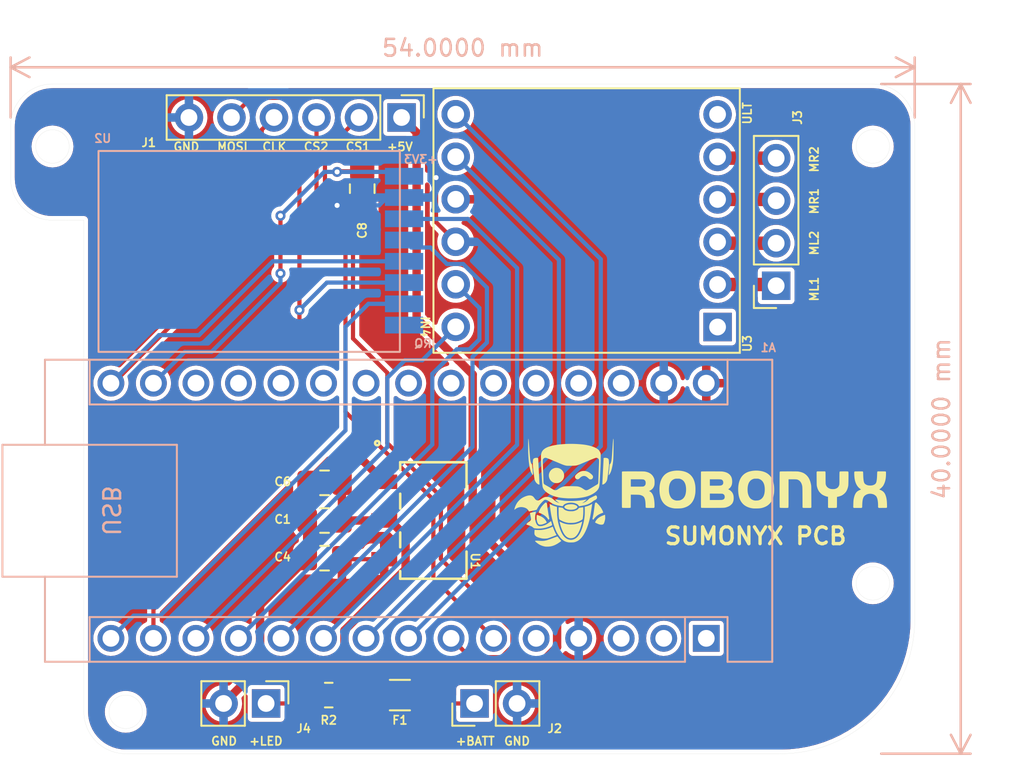
<source format=kicad_pcb>
(kicad_pcb (version 20221018) (generator pcbnew)
  (layers (0 "F.Cu" signal) (31 "B.Cu" signal) (34 "B.Paste" user) (35 "F.Paste" user) (36 "B.SilkS" user "B.Silkscreen") (37 "F.SilkS" user "F.Silkscreen") (38 "B.Mask" user) (39 "F.Mask" user) (44 "Edge.Cuts" user))
  (net 0 "")
  (net 4 "GND")
  (net 6 "Net-(A1-Pad6)")
  (net 7 "Net-(A1-Pad7)")
  (net 8 "Net-(A1-Pad8)")
  (net 9 "Net-(A1-Pad9)")
  (net 10 "Net-(A1-Pad10)")
  (net 11 "Net-(A1-Pad11)")
  (net 12 "Net-(A1-Pad12)")
  (net 13 "Net-(A1-Pad13)")
  (net 14 "Net-(A1-Pad14)")
  (net 15 "Net-(A1-Pad15)")
  (net 16 "Net-(A1-Pad16)")
  (net 17 "+3.3V")
  (net 27 "+5V")
  (net 33 "+7.5V")
  (net 34 "Net-(J2-Pad1)")
  (net 35 "Net-(J4-Pad1)")
  (net 36 "/MOTA1")
  (net 37 "/MOTA2")
  (net 38 "/MOTB1")
  (net 39 "/MOTB2")
  (footprint "DRV8833BRKT:DRV8833BRKT" (layer "F.Cu") (at 199.305 79.805 180)
    (fp_text reference "U3" (at -0.445 0.555 90 unlocked) (layer "F.SilkS") (effects (font (size 0.5 0.5) (thickness 0.1))))
    (fp_text value "DRV8833BRKT")
    (pad "1" thru_hole rect (at 1.33 1.54 180) (size 1.7 1.7) (drill 1) (layers "*.Mask" "F.Cu" "In1.Cu" "B.Cu"))
    (pad "2" thru_hole oval (at 1.33 4.08 180) (size 1.7 1.7) (drill 1) (layers "*.Mask" "F.Cu" "In1.Cu" "B.Cu") (net 36 "/MOTA1"))
    (pad "3" thru_hole oval (at 1.33 6.62 180) (size 1.7 1.7) (drill 1) (layers "*.Mask" "F.Cu" "In1.Cu" "B.Cu") (net 37 "/MOTA2"))
    (pad "4" thru_hole oval (at 1.33 9.16 180) (size 1.7 1.7) (drill 1) (layers "*.Mask" "F.Cu" "In1.Cu" "B.Cu") (net 38 "/MOTB1"))
    (pad "5" thru_hole oval (at 1.33 11.7 180) (size 1.7 1.7) (drill 1) (layers "*.Mask" "F.Cu" "In1.Cu" "B.Cu") (net 39 "/MOTB2"))
    (pad "6" thru_hole oval (at 1.33 14.24 180) (size 1.7 1.7) (drill 1) (layers "*.Mask" "F.Cu" "In1.Cu" "B.Cu"))
    (pad "7" thru_hole circle (at 16.97 1.55 180) (size 1.7 1.7) (drill 1) (layers "*.Cu" "*.Mask") (net 13 "Net-(A1-Pad13)"))
    (pad "8" thru_hole oval (at 16.97 4.09 180) (size 1.7 1.7) (drill 1) (layers "*.Cu" "*.Mask") (net 12 "Net-(A1-Pad12)"))
    (pad "9" thru_hole oval (at 16.97 6.63 180) (size 1.7 1.7) (drill 1) (layers "*.Cu" "*.Mask") (net 4 "GND"))
    (pad "10" thru_hole oval (at 16.97 9.17 180) (size 1.7 1.7) (drill 1) (layers "*.Cu" "*.Mask") (net 33 "+7.5V"))
    (pad "11" thru_hole oval (at 16.97 11.71 180) (size 1.7 1.7) (drill 1) (layers "*.Cu" "*.Mask") (net 9 "Net-(A1-Pad9)"))
    (pad "12" thru_hole oval (at 16.97 14.25 180) (size 1.7 1.7) (drill 1) (layers "*.Cu" "*.Mask") (net 8 "Net-(A1-Pad8)"))
  )
  (footprint "Capacitor_SMD:C_0805_2012Metric_Pad1.18x1.45mm_HandSolder" (layer "F.Cu") (at 174.5 92.0715)
    (fp_text reference "C4" (at -2.5 -0.0715) (layer "F.SilkS") (effects (font (size 0.5 0.5) (thickness 0.1))))
    (fp_text value "10UF10V")
    (pad "1" smd roundrect (at -1.0375 0) (size 1.175 1.45) (layers "F.Cu" "F.Paste" "F.Mask") (roundrect_rratio 0.2127659574) (net 4 "GND"))
    (pad "2" smd roundrect (at 1.0375 0) (size 1.175 1.45) (layers "F.Cu" "F.Paste" "F.Mask") (roundrect_rratio 0.2127659574) (net 33 "+7.5V"))
  )
  (footprint "Connector_PinSocket_2.54mm:PinSocket_1x04_P2.54mm_Vertical" (layer "F.Cu") (at 201.475 75.8 180)
    (fp_text reference "J3" (at -1.275 10.05 90) (layer "F.SilkS") (effects (font (size 0.5 0.5) (thickness 0.1))))
    (fp_text value "MOTOR")
    (pad "1" thru_hole rect (at 0 0 180) (size 1.7 1.7) (drill 1) (layers "*.Cu" "*.Mask") (net 36 "/MOTA1"))
    (pad "2" thru_hole oval (at 0 2.54 180) (size 1.7 1.7) (drill 1) (layers "*.Cu" "*.Mask") (net 37 "/MOTA2"))
    (pad "3" thru_hole oval (at 0 5.08 180) (size 1.7 1.7) (drill 1) (layers "*.Cu" "*.Mask") (net 38 "/MOTB1"))
    (pad "4" thru_hole oval (at 0 7.62 180) (size 1.7 1.7) (drill 1) (layers "*.Cu" "*.Mask") (net 39 "/MOTB2"))
  )
  (footprint "Capacitor_SMD:C_0805_2012Metric_Pad1.18x1.45mm_HandSolder" (layer "F.Cu") (at 176.75 70 90)
    (fp_text reference "C8" (at -2.5 0 90) (layer "F.SilkS") (effects (font (size 0.5 0.5) (thickness 0.1))))
    (fp_text value "10UF10V")
    (pad "1" smd roundrect (at -1.0375 0 90) (size 1.175 1.45) (layers "F.Cu" "F.Paste" "F.Mask") (roundrect_rratio 0.2127659574) (net 4 "GND"))
    (pad "2" smd roundrect (at 1.0375 0 90) (size 1.175 1.45) (layers "F.Cu" "F.Paste" "F.Mask") (roundrect_rratio 0.2127659574) (net 17 "+3.3V"))
  )
  (footprint "Capacitor_SMD:C_0805_2012Metric_Pad1.18x1.45mm_HandSolder" (layer "F.Cu") (at 174.5 89.8215)
    (fp_text reference "C1" (at -2.5 -0.0715) (layer "F.SilkS") (effects (font (size 0.5 0.5) (thickness 0.1))))
    (fp_text value "22UF10V")
    (pad "1" smd roundrect (at -1.0375 0) (size 1.175 1.45) (layers "F.Cu" "F.Paste" "F.Mask") (roundrect_rratio 0.2127659574) (net 4 "GND"))
    (pad "2" smd roundrect (at 1.0375 0) (size 1.175 1.45) (layers "F.Cu" "F.Paste" "F.Mask") (roundrect_rratio 0.2127659574) (net 27 "+5V"))
  )
  (footprint "footprints:SOT223-5_DIO" (layer "F.Cu") (at 181 89.8215 -90)
    (fp_text reference "U1" (at 2.4285 -2.5 -90 unlocked) (layer "F.SilkS") (effects (font (size 0.5 0.5) (thickness 0.1))))
    (fp_text value "AZ1117IH-5.0TRG1")
    (pad "1" smd rect (at -2.3114 2.9337 270) (size 0.8636 1.5494) (layers "F.Cu" "F.Paste" "F.Mask") (net 4 "GND"))
    (pad "2" smd rect (at 0 2.9337 270) (size 0.8636 1.5494) (layers "F.Cu" "F.Paste" "F.Mask") (net 27 "+5V"))
    (pad "3" smd rect (at 2.3114 2.9337 270) (size 0.8636 1.5494) (layers "F.Cu" "F.Paste" "F.Mask") (net 33 "+7.5V"))
    (pad "4" smd rect (at 0 -2.9337 270) (size 3.1496 1.5494) (layers "F.Cu" "F.Paste" "F.Mask") (net 27 "+5V"))
  )
  (footprint "Connector_PinHeader_2.54mm:PinHeader_1x02_P2.54mm_Vertical" (layer "F.Cu") (at 171.01 100.75 -90)
    (fp_text reference "J4" (at 1.5 -2.24) (layer "F.SilkS") (effects (font (size 0.5 0.5) (thickness 0.1))))
    (fp_text value "BACK 7 LED")
    (pad "1" thru_hole rect (at 0 0 270) (size 1.7 1.7) (drill 1) (layers "*.Cu" "*.Mask") (net 35 "Net-(J4-Pad1)"))
    (pad "2" thru_hole oval (at 0 2.54 270) (size 1.7 1.7) (drill 1) (layers "*.Cu" "*.Mask") (net 4 "GND"))
  )
  (footprint "Fuse:Fuse_1206_3216Metric" (layer "F.Cu") (at 179 100.25 180)
    (fp_text reference "F1" (at 0 -1.5) (layer "F.SilkS") (effects (font (size 0.5 0.5) (thickness 0.1))))
    (fp_text value "SMD1206B110TFT_Polyfuse ")
    (pad "1" smd roundrect (at -1.4 0 180) (size 1.25 1.75) (layers "F.Cu" "F.Paste" "F.Mask") (roundrect_rratio 0.2) (net 34 "Net-(J2-Pad1)"))
    (pad "2" smd roundrect (at 1.4 0 180) (size 1.25 1.75) (layers "F.Cu" "F.Paste" "F.Mask") (roundrect_rratio 0.2) (net 33 "+7.5V"))
  )
  (footprint "Resistor_SMD:R_0805_2012Metric" (layer "F.Cu") (at 174.75 100.25 180)
    (fp_text reference "R2" (at 0 -1.5 180) (layer "F.SilkS") (effects (font (size 0.5 0.5) (thickness 0.1))))
    (fp_text value "50R")
    (pad "1" smd roundrect (at -0.9125 0 180) (size 1.025 1.4) (layers "F.Cu" "F.Paste" "F.Mask") (roundrect_rratio 0.243902439) (net 27 "+5V"))
    (pad "2" smd roundrect (at 0.9125 0 180) (size 1.025 1.4) (layers "F.Cu" "F.Paste" "F.Mask") (roundrect_rratio 0.243902439) (net 35 "Net-(J4-Pad1)"))
  )
  (footprint "LOGO" (layer "F.Cu") (at 197 88)
    (fp_text reference "G***" hide)
    (fp_text value "LOGO" hide)
  )
  (footprint "Connector_PinHeader_2.54mm:PinHeader_1x02_P2.54mm_Vertical" (layer "F.Cu") (at 183.46 100.75 90)
    (fp_text reference "J2" (at -1.5 4.79 180) (layer "F.SilkS") (effects (font (size 0.5 0.5) (thickness 0.1))))
    (fp_text value "BATT 7V5")
    (pad "1" thru_hole rect (at 0 0 90) (size 1.7 1.7) (drill 1) (layers "*.Cu" "*.Mask") (net 34 "Net-(J2-Pad1)"))
    (pad "2" thru_hole oval (at 0 2.54 90) (size 1.7 1.7) (drill 1) (layers "*.Cu" "*.Mask") (net 4 "GND"))
  )
  (footprint "Capacitor_SMD:C_0805_2012Metric_Pad1.18x1.45mm_HandSolder" (layer "F.Cu") (at 174.5 87.5715)
    (fp_text reference "C6" (at -2.5 -0.0715) (layer "F.SilkS") (effects (font (size 0.5 0.5) (thickness 0.1))))
    (fp_text value "22UF10V")
    (pad "1" smd roundrect (at -1.0375 0) (size 1.175 1.45) (layers "F.Cu" "F.Paste" "F.Mask") (roundrect_rratio 0.2127659574) (net 4 "GND"))
    (pad "2" smd roundrect (at 1.0375 0) (size 1.175 1.45) (layers "F.Cu" "F.Paste" "F.Mask") (roundrect_rratio 0.2127659574) (net 27 "+5V"))
  )
  (footprint "Connector_PinHeader_2.54mm:PinHeader_1x06_P2.54mm_Vertical" (layer "F.Cu") (at 179.1 65.75 -90)
    (fp_text reference "J1" (at 1.5 15.1) (layer "F.SilkS") (effects (font (size 0.5 0.5) (thickness 0.1))))
    (fp_text value "Conn_01x06_Male")
    (pad "1" thru_hole rect (at 0 0 270) (size 1.7 1.7) (drill 1) (layers "*.Cu" "*.Mask") (net 27 "+5V"))
    (pad "2" thru_hole oval (at 0 2.54 270) (size 1.7 1.7) (drill 1) (layers "*.Cu" "*.Mask") (net 7 "Net-(A1-Pad7)"))
    (pad "3" thru_hole oval (at 0 5.08 270) (size 1.7 1.7) (drill 1) (layers "*.Cu" "*.Mask") (net 6 "Net-(A1-Pad6)"))
    (pad "4" thru_hole oval (at 0 7.62 270) (size 1.7 1.7) (drill 1) (layers "*.Cu" "*.Mask") (net 16 "Net-(A1-Pad16)"))
    (pad "5" thru_hole oval (at 0 10.16 270) (size 1.7 1.7) (drill 1) (layers "*.Cu" "*.Mask") (net 14 "Net-(A1-Pad14)"))
    (pad "6" thru_hole oval (at 0 12.7 270) (size 1.7 1.7) (drill 1) (layers "*.Cu" "*.Mask") (net 4 "GND"))
  )
  (footprint "Module:Arduino_Nano" (layer "B.Cu") (at 197.3 96.86 90)
    (fp_text reference "A1" (at 17.36 3.7 180) (layer "B.SilkS") (effects (font (size 0.5 0.5) (thickness 0.1)) (justify mirror)))
    (fp_text value "Arduino_Nano_v3.x")
    (fp_text user "USB" (at 7.62 -35.56 -90 unlocked) (layer "B.SilkS") (effects (justify mirror)))
    (pad "1" thru_hole rect (at 0 0 90) (size 1.6 1.6) (drill 1) (layers "*.Cu" "*.Mask"))
    (pad "2" thru_hole oval (at 0 -2.54 90) (size 1.6 1.6) (drill 1) (layers "*.Cu" "*.Mask"))
    (pad "3" thru_hole oval (at 0 -5.08 90) (size 1.6 1.6) (drill 1) (layers "*.Cu" "*.Mask"))
    (pad "4" thru_hole oval (at 0 -7.62 90) (size 1.6 1.6) (drill 1) (layers "*.Cu" "*.Mask") (net 4 "GND"))
    (pad "5" thru_hole oval (at 0 -10.16 90) (size 1.6 1.6) (drill 1) (layers "*.Cu" "*.Mask"))
    (pad "6" thru_hole oval (at 0 -12.7 90) (size 1.6 1.6) (drill 1) (layers "*.Cu" "*.Mask") (net 6 "Net-(A1-Pad6)"))
    (pad "7" thru_hole oval (at 0 -15.24 90) (size 1.6 1.6) (drill 1) (layers "*.Cu" "*.Mask") (net 7 "Net-(A1-Pad7)"))
    (pad "8" thru_hole oval (at 0 -17.78 90) (size 1.6 1.6) (drill 1) (layers "*.Cu" "*.Mask") (net 8 "Net-(A1-Pad8)"))
    (pad "9" thru_hole oval (at 0 -20.32 90) (size 1.6 1.6) (drill 1) (layers "*.Cu" "*.Mask") (net 9 "Net-(A1-Pad9)"))
    (pad "10" thru_hole oval (at 0 -22.86 90) (size 1.6 1.6) (drill 1) (layers "*.Cu" "*.Mask") (net 10 "Net-(A1-Pad10)"))
    (pad "11" thru_hole oval (at 0 -25.4 90) (size 1.6 1.6) (drill 1) (layers "*.Cu" "*.Mask") (net 11 "Net-(A1-Pad11)"))
    (pad "12" thru_hole oval (at 0 -27.94 90) (size 1.6 1.6) (drill 1) (layers "*.Cu" "*.Mask") (net 12 "Net-(A1-Pad12)"))
    (pad "13" thru_hole oval (at 0 -30.48 90) (size 1.6 1.6) (drill 1) (layers "*.Cu" "*.Mask") (net 13 "Net-(A1-Pad13)"))
    (pad "14" thru_hole oval (at 0 -33.02 90) (size 1.6 1.6) (drill 1) (layers "*.Cu" "*.Mask") (net 14 "Net-(A1-Pad14)"))
    (pad "15" thru_hole oval (at 0 -35.56 90) (size 1.6 1.6) (drill 1) (layers "*.Cu" "*.Mask") (net 15 "Net-(A1-Pad15)"))
    (pad "16" thru_hole oval (at 15.24 -35.56 90) (size 1.6 1.6) (drill 1) (layers "*.Cu" "*.Mask") (net 16 "Net-(A1-Pad16)"))
    (pad "17" thru_hole oval (at 15.24 -33.02 90) (size 1.6 1.6) (drill 1) (layers "*.Cu" "*.Mask") (net 17 "+3.3V"))
    (pad "18" thru_hole oval (at 15.24 -30.48 90) (size 1.6 1.6) (drill 1) (layers "*.Cu" "*.Mask"))
    (pad "19" thru_hole oval (at 15.24 -27.94 90) (size 1.6 1.6) (drill 1) (layers "*.Cu" "*.Mask"))
    (pad "20" thru_hole oval (at 15.24 -25.4 90) (size 1.6 1.6) (drill 1) (layers "*.Cu" "*.Mask"))
    (pad "21" thru_hole oval (at 15.24 -22.86 90) (size 1.6 1.6) (drill 1) (layers "*.Cu" "*.Mask"))
    (pad "22" thru_hole oval (at 15.24 -20.32 90) (size 1.6 1.6) (drill 1) (layers "*.Cu" "*.Mask"))
    (pad "23" thru_hole oval (at 15.24 -17.78 90) (size 1.6 1.6) (drill 1) (layers "*.Cu" "*.Mask"))
    (pad "24" thru_hole oval (at 15.24 -15.24 90) (size 1.6 1.6) (drill 1) (layers "*.Cu" "*.Mask"))
    (pad "25" thru_hole oval (at 15.24 -12.7 90) (size 1.6 1.6) (drill 1) (layers "*.Cu" "*.Mask"))
    (pad "26" thru_hole oval (at 15.24 -10.16 90) (size 1.6 1.6) (drill 1) (layers "*.Cu" "*.Mask"))
    (pad "27" thru_hole oval (at 15.24 -7.62 90) (size 1.6 1.6) (drill 1) (layers "*.Cu" "*.Mask"))
    (pad "28" thru_hole oval (at 15.24 -5.08 90) (size 1.6 1.6) (drill 1) (layers "*.Cu" "*.Mask"))
    (pad "29" thru_hole oval (at 15.24 -2.54 90) (size 1.6 1.6) (drill 1) (layers "*.Cu" "*.Mask") (net 4 "GND"))
    (pad "30" thru_hole oval (at 15.24 0 90) (size 1.6 1.6) (drill 1) (layers "*.Cu" "*.Mask") (net 33 "+7.5V"))
  )
  (footprint "nRF24L01BRKT_SMD:nRF24L01_Breakout_SMD" (layer "B.Cu") (at 179 67.75 180)
    (fp_text reference "U2" (at 17.75 0.75 unlocked) (layer "B.SilkS") (effects (font (size 0.5 0.5) (thickness 0.1)) (justify mirror)))
    (fp_text value "NRF24L01_Breakout")
    (pad "1" smd rect (at -0.25 -2.78 180) (size 2.286 1) (layers "B.Cu" "B.Paste" "B.Mask") (net 4 "GND"))
    (pad "2" smd rect (at -0.25 -1.51 180) (size 2.286 1) (layers "B.Cu" "B.Paste" "B.Mask") (net 17 "+3.3V"))
    (pad "3" smd rect (at -0.25 -4.05 180) (size 2.286 1) (layers "B.Cu" "B.Paste" "B.Mask") (net 10 "Net-(A1-Pad10)"))
    (pad "4" smd rect (at -0.25 -5.32 180) (size 2.286 1) (layers "B.Cu" "B.Paste" "B.Mask") (net 11 "Net-(A1-Pad11)"))
    (pad "5" smd rect (at -0.25 -6.59 180) (size 2.286 1) (layers "B.Cu" "B.Paste" "B.Mask") (net 16 "Net-(A1-Pad16)"))
    (pad "6" smd rect (at -0.25 -7.86 180) (size 2.286 1) (layers "B.Cu" "B.Paste" "B.Mask") (net 14 "Net-(A1-Pad14)"))
    (pad "7" smd rect (at -0.25 -9.13 180) (size 2.286 1) (layers "B.Cu" "B.Paste" "B.Mask") (net 15 "Net-(A1-Pad15)"))
    (pad "8" smd rect (at -0.25 -10.4 180) (size 2.286 1) (layers "B.Cu" "B.Paste" "B.Mask"))
  )
  (gr_line (start 159.125 71.885268) (end 159.125 71.885) (stroke (width 0.01)) (layer "Edge.Cuts"))
  (gr_arc (start 207.25 63.75) (mid 209.017762 64.482234) (end 209.75 66.25) (stroke (width 0.01)) (layer "Edge.Cuts"))
  (gr_line (start 207.25 63.75) (end 158.25 63.75) (stroke (width 0.01)) (layer "Edge.Cuts"))
  (gr_circle (center 207.25 93.573984) (end 208.25 93.573984) (stroke (width 0.01)) (fill none) (layer "Edge.Cuts"))
  (gr_arc (start 162.625 103.75) (mid 160.857233 103.017767) (end 160.125 101.25) (stroke (width 0.01)) (layer "Edge.Cuts"))
  (gr_circle (center 158.25 67.481984) (end 159.25 67.481984) (stroke (width 0.01)) (fill none) (layer "Edge.Cuts"))
  (gr_circle (center 162.625 101.25) (end 163.625 101.25) (stroke (width 0.01)) (fill none) (layer "Edge.Cuts"))
  (gr_circle (center 207.25 67.481984) (end 208.25 67.481984) (stroke (width 0.01)) (fill none) (layer "Edge.Cuts"))
  (gr_line (start 159.125 71.885) (end 160.125 71.885) (stroke (width 0.01)) (layer "Edge.Cuts"))
  (gr_line (start 162.625 103.75) (end 201.75 103.75) (stroke (width 0.01)) (layer "Edge.Cuts"))
  (gr_line (start 158.25 71.885268) (end 159.125 71.885268) (stroke (width 0.01)) (layer "Edge.Cuts"))
  (gr_arc (start 209.75 95.75) (mid 207.40685 101.406846) (end 201.75 103.75) (stroke (width 0.01)) (layer "Edge.Cuts"))
  (gr_line (start 209.75 95.75) (end 209.75 66.25) (stroke (width 0.01)) (layer "Edge.Cuts"))
  (gr_arc (start 158.25 71.885268) (mid 156.482233 71.153035) (end 155.75 69.385268) (stroke (width 0.01)) (layer "Edge.Cuts"))
  (gr_line (start 160.125 71.885) (end 160.125 101.25) (stroke (width 0.01)) (layer "Edge.Cuts"))
  (gr_arc (start 155.75 66.25) (mid 156.482233 64.482233) (end 158.25 63.75) (stroke (width 0.01)) (layer "Edge.Cuts"))
  (gr_line (start 155.75 66.25) (end 155.75 69.385268) (stroke (width 0.01)) (layer "Edge.Cuts"))
  (gr_text "+3V3" (at 180.25 68.25) (layer "B.SilkS") (effects (font (size 0.5 0.5) (thickness 0.1)) (justify mirror)))
  (gr_text "IRQ" (at 180.5 79.25) (layer "B.SilkS") (effects (font (size 0.5 0.5) (thickness 0.1)) (justify mirror)))
  (gr_text "GND" (at 166.25 67.5) (layer "F.SilkS") (effects (font (size 0.5 0.5) (thickness 0.1))))
  (gr_text "+5V" (at 179 67.5) (layer "F.SilkS") (effects (font (size 0.5 0.5) (thickness 0.1))))
  (gr_text "GND" (at 168.5 103) (layer "F.SilkS") (effects (font (size 0.5 0.5) (thickness 0.1))))
  (gr_text "+BATT" (at 183.5 103) (layer "F.SilkS") (effects (font (size 0.5 0.5) (thickness 0.1))))
  (gr_text "CLK" (at 171.5 67.5) (layer "F.SilkS") (effects (font (size 0.5 0.5) (thickness 0.1))))
  (gr_text "ULT" (at 199.75 65.5 90) (layer "F.SilkS") (effects (font (size 0.5 0.5) (thickness 0.1))))
  (gr_text "SUMONYX PCB" (at 200.25 90.75) (layer "F.SilkS") (effects (font (size 1 1) (thickness 0.2))))
  (gr_text "+LED" (at 171 103) (layer "F.SilkS") (effects (font (size 0.5 0.5) (thickness 0.1))))
  (gr_text "MR2" (at 203.75 68.25 90) (layer "F.SilkS") (effects (font (size 0.5 0.5) (thickness 0.1))))
  (gr_text "MR1" (at 203.75 70.75 90) (layer "F.SilkS") (effects (font (size 0.5 0.5) (thickness 0.1))))
  (gr_text "ML1" (at 203.75 76 90) (layer "F.SilkS") (effects (font (size 0.5 0.5) (thickness 0.1))))
  (gr_text "IN4" (at 180.5 78.25 270) (layer "F.SilkS") (effects (font (size 0.5 0.5) (thickness 0.1))))
  (gr_text "GND" (at 186 103) (layer "F.SilkS") (effects (font (size 0.5 0.5) (thickness 0.1))))
  (gr_text "ML2" (at 203.75 73.25 90) (layer "F.SilkS") (effects (font (size 0.5 0.5) (thickness 0.1))))
  (gr_text "CS2" (at 174 67.5) (layer "F.SilkS") (effects (font (size 0.5 0.5) (thickness 0.1))))
  (gr_text "CS1" (at 176.5 67.5) (layer "F.SilkS") (effects (font (size 0.5 0.5) (thickness 0.1))))
  (gr_text "MOSI" (at 169 67.5) (layer "F.SilkS") (effects (font (size 0.5 0.5) (thickness 0.1))))
  (dimension (type aligned) (layer "B.SilkS") (pts (xy 207.25 63.75) (xy 207.25 103.75)) (height -5.25) (gr_text "40.0000 mm" (at 211.35 83.75 90) (layer "B.SilkS") (effects (font (size 1 1) (thickness 0.15)))) (format (prefix "") (suffix "") (units 3) (units_format 1) (precision 4)) (style (thickness 0.15) (arrow_length 1.27) (text_position_mode 0) (extension_height 0.58642) (extension_offset 0.5) keep_text_aligned))
  (dimension (type aligned) (layer "B.SilkS") (pts (xy 209.75 66.25) (xy 155.75 66.25)) (height 3.499999) (gr_text "54.0000 mm" (at 182.75 61.600001) (layer "B.SilkS") (effects (font (size 1 1) (thickness 0.15)))) (format (prefix "") (suffix "") (units 3) (units_format 1) (precision 4)) (style (thickness 0.15) (arrow_length 1.27) (text_position_mode 0) (extension_height 0.58642) (extension_offset 0.5) keep_text_aligned))
  (segment (start 170.65 94.884) (end 170.65 98.57) (width 0.5) (layer "F.Cu") (net 4))
  (segment (start 170.65 98.57) (end 168.47 100.75) (width 0.5) (layer "F.Cu") (net 4))
  (segment (start 174.784 86.25) (end 173.4625 87.5715) (width 0.5) (layer "F.Cu") (net 4))
  (segment (start 175.2875 71.0375) (end 176.75 71.0375) (width 0.25) (layer "F.Cu") (net 4))
  (segment (start 175.25 71) (end 175.2875 71.0375) (width 0.25) (layer "F.Cu") (net 4))
  (segment (start 173.4625 92.0715) (end 170.65 94.884) (width 0.5) (layer "F.Cu") (net 4))
  (segment (start 173.4625 87.5715) (end 173.4625 89.8215) (width 0.5) (layer "F.Cu") (net 4))
  (segment (start 176.8062 86.25) (end 174.784 86.25) (width 0.5) (layer "F.Cu") (net 4))
  (segment (start 181.16 72) (end 182.335 73.175) (width 0.25) (layer "F.Cu") (net 4))
  (segment (start 173.4625 89.8215) (end 173.4625 92.0715) (width 0.5) (layer "F.Cu") (net 4))
  (segment (start 181.16 69.34) (end 181.16 72) (width 0.25) (layer "F.Cu") (net 4))
  (segment (start 178.0663 87.5101) (end 176.8062 86.25) (width 0.5) (layer "F.Cu") (net 4))
  (via (at 181.16 69.34) (size 0.6) (drill 0.3) (layers "F.Cu" "B.Cu") (net 4))
  (via (at 175.25 71) (size 0.6) (drill 0.3) (layers "F.Cu" "B.Cu") (net 4))
  (segment (start 177.757 71) (end 178.227 70.53) (width 0.25) (layer "B.Cu") (net 4))
  (segment (start 178.227 70.53) (end 179.25 70.53) (width 0.25) (layer "B.Cu") (net 4))
  (segment (start 181.16 70.013) (end 180.643 70.53) (width 0.25) (layer "B.Cu") (net 4))
  (segment (start 180.643 70.53) (end 179.25 70.53) (width 0.25) (layer "B.Cu") (net 4))
  (segment (start 175.25 71) (end 177.757 71) (width 0.25) (layer "B.Cu") (net 4))
  (segment (start 181.16 69.34) (end 181.16 70.013) (width 0.25) (layer "B.Cu") (net 4))
  (segment (start 181 88.5873) (end 181 93.26) (width 0.25) (layer "F.Cu") (net 6))
  (segment (start 175.75 73.75) (end 175.75 83.3373) (width 0.25) (layer "F.Cu") (net 6))
  (segment (start 181 93.26) (end 184.6 96.86) (width 0.25) (layer "F.Cu") (net 6))
  (segment (start 174.02 72.02) (end 175.75 73.75) (width 0.25) (layer "F.Cu") (net 6))
  (segment (start 174.02 65.75) (end 174.02 72.02) (width 0.25) (layer "F.Cu") (net 6))
  (segment (start 175.75 83.3373) (end 181 88.5873) (width 0.25) (layer "F.Cu") (net 6))
  (segment (start 174.525 67.785) (end 174.525 71.888604) (width 0.25) (layer "F.Cu") (net 7))
  (segment (start 176.2 73.563604) (end 176.2 78.95) (width 0.25) (layer "F.Cu") (net 7))
  (segment (start 181.45 88.400904) (end 181.45 92.119009) (width 0.25) (layer "F.Cu") (net 7))
  (segment (start 176.2 78.95) (end 178.25 81) (width 0.25) (layer "F.Cu") (net 7))
  (segment (start 178.25 81) (end 178.25 85.200904) (width 0.25) (layer "F.Cu") (net 7))
  (segment (start 176.56 65.75) (end 174.525 67.785) (width 0.25) (layer "F.Cu") (net 7))
  (segment (start 183.185 97.985) (end 182.06 96.86) (width 0.25) (layer "F.Cu") (net 7))
  (segment (start 185.065991 97.985) (end 183.185 97.985) (width 0.25) (layer "F.Cu") (net 7))
  (segment (start 185.725 97.325991) (end 185.065991 97.985) (width 0.25) (layer "F.Cu") (net 7))
  (segment (start 178.25 85.200904) (end 181.45 88.400904) (width 0.25) (layer "F.Cu") (net 7))
  (segment (start 174.525 71.888604) (end 176.2 73.563604) (width 0.25) (layer "F.Cu") (net 7))
  (segment (start 181.45 92.119009) (end 185.725 96.394009) (width 0.25) (layer "F.Cu") (net 7))
  (segment (start 185.725 96.394009) (end 185.725 97.325991) (width 0.25) (layer "F.Cu") (net 7))
  (segment (start 191 85.38) (end 191 74.22) (width 0.25) (layer "B.Cu") (net 8))
  (segment (start 191 74.22) (end 182.335 65.555) (width 0.25) (layer "B.Cu") (net 8))
  (segment (start 179.52 96.86) (end 191 85.38) (width 0.25) (layer "B.Cu") (net 8))
  (segment (start 188.5 74.26) (end 188.5 85.34) (width 0.25) (layer "B.Cu") (net 9))
  (segment (start 182.335 68.095) (end 188.5 74.26) (width 0.25) (layer "B.Cu") (net 9))
  (segment (start 188.5 85.34) (end 176.98 96.86) (width 0.25) (layer "B.Cu") (net 9))
  (segment (start 186 85.3) (end 174.44 96.86) (width 0.25) (layer "B.Cu") (net 10))
  (segment (start 179.25 71.8) (end 179.26 71.81) (width 0.25) (layer "B.Cu") (net 10))
  (segment (start 183.06 71.81) (end 186 74.75) (width 0.25) (layer "B.Cu") (net 10))
  (segment (start 179.26 71.81) (end 183.06 71.81) (width 0.25) (layer "B.Cu") (net 10))
  (segment (start 186 74.75) (end 186 85.3) (width 0.25) (layer "B.Cu") (net 10))
  (segment (start 183.338693 85.421307) (end 171.9 96.86) (width 0.25) (layer "B.Cu") (net 11))
  (segment (start 180.823299 73.515) (end 181.808299 74.5) (width 0.25) (layer "B.Cu") (net 11))
  (segment (start 181.808299 74.5) (end 182.781701 74.5) (width 0.25) (layer "B.Cu") (net 11))
  (segment (start 179.25 73.07) (end 179.695 73.515) (width 0.25) (layer "B.Cu") (net 11))
  (segment (start 183.338693 80.047703) (end 183.338693 85.421307) (width 0.25) (layer "B.Cu") (net 11))
  (segment (start 179.695 73.515) (end 180.823299 73.515) (width 0.25) (layer "B.Cu") (net 11))
  (segment (start 184.2 79.186396) (end 183.338693 80.047703) (width 0.25) (layer "B.Cu") (net 11))
  (segment (start 184.2 75.918299) (end 184.2 79.186396) (width 0.25) (layer "B.Cu") (net 11))
  (segment (start 182.781701 74.5) (end 184.2 75.918299) (width 0.25) (layer "B.Cu") (net 11))
  (segment (start 183.75 77.13) (end 183.75 79) (width 0.25) (layer "B.Cu") (net 12))
  (segment (start 183.152297 79.597703) (end 182.402297 79.597703) (width 0.25) (layer "B.Cu") (net 12))
  (segment (start 182.402297 79.597703) (end 180.935 81.065) (width 0.25) (layer "B.Cu") (net 12))
  (segment (start 182.335 75.715) (end 183.75 77.13) (width 0.25) (layer "B.Cu") (net 12))
  (segment (start 180.935 81.065) (end 180.935 85.285) (width 0.25) (layer "B.Cu") (net 12))
  (segment (start 180.935 85.285) (end 169.36 96.86) (width 0.25) (layer "B.Cu") (net 12))
  (segment (start 183.75 79) (end 183.152297 79.597703) (width 0.25) (layer "B.Cu") (net 12))
  (segment (start 182.335 78.255) (end 180.34 80.25) (width 0.25) (layer "B.Cu") (net 13))
  (segment (start 179.299009 80.25) (end 178.25 81.299009) (width 0.25) (layer "B.Cu") (net 13))
  (segment (start 180.34 80.25) (end 179.299009 80.25) (width 0.25) (layer "B.Cu") (net 13))
  (segment (start 178.25 85.43) (end 166.82 96.86) (width 0.25) (layer "B.Cu") (net 13))
  (segment (start 178.25 81.299009) (end 178.25 85.43) (width 0.25) (layer "B.Cu") (net 13))
  (segment (start 164.28 95.128327) (end 164.28 96.86) (width 0.25) (layer "F.Cu") (net 14))
  (segment (start 173 79.25) (end 173.25 79.5) (width 0.25) (layer "F.Cu") (net 14))
  (segment (start 172.75 66.141701) (end 172.75 65.168299) (width 0.25) (layer "F.Cu") (net 14))
  (segment (start 173.25 86.158327) (end 164.28 95.128327) (width 0.25) (layer "F.Cu") (net 14))
  (segment (start 172.156701 64.575) (end 170.115 64.575) (width 0.25) (layer "F.Cu") (net 14))
  (segment (start 173 77.25) (end 173 66.391701) (width 0.25) (layer "F.Cu") (net 14))
  (segment (start 173 77.25) (end 173 79.25) (width 0.25) (layer "F.Cu") (net 14))
  (segment (start 173.25 79.5) (end 173.25 86.158327) (width 0.25) (layer "F.Cu") (net 14))
  (segment (start 172.75 65.168299) (end 172.156701 64.575) (width 0.25) (layer "F.Cu") (net 14))
  (segment (start 170.115 64.575) (end 168.94 65.75) (width 0.25) (layer "F.Cu") (net 14))
  (segment (start 173 66.391701) (end 172.75 66.141701) (width 0.25) (layer "F.Cu") (net 14))
  (via (at 173 77.25) (size 0.6) (drill 0.3) (layers "F.Cu" "B.Cu") (net 14))
  (segment (start 173 77.25) (end 174.64 75.61) (width 0.25) (layer "B.Cu") (net 14))
  (segment (start 174.64 75.61) (end 179.25 75.61) (width 0.25) (layer "B.Cu") (net 14))
  (segment (start 164.690991 95.5) (end 163.1 95.5) (width 0.25) (layer "B.Cu") (net 15))
  (segment (start 175.75 78.25) (end 175.75 84.440991) (width 0.25) (layer "B.Cu") (net 15))
  (segment (start 177.12 76.88) (end 175.75 78.25) (width 0.25) (layer "B.Cu") (net 15))
  (segment (start 175.75 84.440991) (end 164.690991 95.5) (width 0.25) (layer "B.Cu") (net 15))
  (segment (start 179.25 76.88) (end 177.12 76.88) (width 0.25) (layer "B.Cu") (net 15))
  (segment (start 163.1 95.5) (end 161.74 96.86) (width 0.25) (layer "B.Cu") (net 15))
  (segment (start 170.75 72.75) (end 170.75 66.48) (width 0.25) (layer "F.Cu") (net 16))
  (segment (start 161.88 81.62) (end 170.75 72.75) (width 0.25) (layer "F.Cu") (net 16))
  (segment (start 170.75 66.48) (end 171.48 65.75) (width 0.25) (layer "F.Cu") (net 16))
  (segment (start 161.74 81.62) (end 161.88 81.62) (width 0.25) (layer "F.Cu") (net 16))
  (segment (start 179.25 74.34) (end 171.41 74.34) (width 0.25) (layer "B.Cu") (net 16))
  (segment (start 171.41 74.34) (end 167 78.75) (width 0.25) (layer "B.Cu") (net 16))
  (segment (start 167 78.75) (end 164.61 78.75) (width 0.25) (layer "B.Cu") (net 16))
  (segment (start 164.61 78.75) (end 161.74 81.62) (width 0.25) (layer "B.Cu") (net 16))
  (segment (start 171.867299 71.617299) (end 171.867299 75.0645) (width 0.25) (layer "F.Cu") (net 17))
  (segment (start 175.25 69) (end 175.2875 68.9625) (width 0.25) (layer "F.Cu") (net 17))
  (segment (start 175.2875 68.9625) (end 176.75 68.9625) (width 0.25) (layer "F.Cu") (net 17))
  (via (at 171.867299 75.0645) (size 0.6) (drill 0.3) (layers "F.Cu" "B.Cu") (net 17))
  (via (at 175.25 69) (size 0.6) (drill 0.3) (layers "F.Cu" "B.Cu") (net 17))
  (via (at 171.867299 71.617299) (size 0.6) (drill 0.3) (layers "F.Cu" "B.Cu") (net 17))
  (segment (start 171.867299 75.632701) (end 171.867299 75.0645) (width 0.25) (layer "B.Cu") (net 17))
  (segment (start 178.51 69.26) (end 179.25 69.26) (width 0.25) (layer "B.Cu") (net 17))
  (segment (start 175.25 69) (end 178.25 69) (width 0.25) (layer "B.Cu") (net 17))
  (segment (start 166.15 79.75) (end 167.75 79.75) (width 0.25) (layer "B.Cu") (net 17))
  (segment (start 174.484598 69) (end 171.867299 71.617299) (width 0.25) (layer "B.Cu") (net 17))
  (segment (start 167.75 79.75) (end 171.867299 75.632701) (width 0.25) (layer "B.Cu") (net 17))
  (segment (start 164.28 81.62) (end 166.15 79.75) (width 0.25) (layer "B.Cu") (net 17))
  (segment (start 175.25 69) (end 174.484598 69) (width 0.25) (layer "B.Cu") (net 17))
  (segment (start 178.25 69) (end 178.51 69.26) (width 0.25) (layer "B.Cu") (net 17))
  (segment (start 183.9337 89.8215) (end 183.35 89.2378) (width 0.5) (layer "F.Cu") (net 27))
  (segment (start 183.35 81.1) (end 182.5 80.25) (width 0.5) (layer "F.Cu") (net 27))
  (segment (start 182.491522 80.25) (end 180 77.758478) (width 0.5) (layer "F.Cu") (net 27))
  (segment (start 177.110051 98.75) (end 175.6625 100.197551) (width 0.5) (layer "F.Cu") (net 27))
  (segment (start 188.39 97.377767) (end 187.017767 98.75) (width 0.5) (layer "F.Cu") (net 27))
  (segment (start 188.39 95.14) (end 188.39 97.377767) (width 0.5) (layer "F.Cu") (net 27))
  (segment (start 178.0663 89.8215) (end 178.4092 89.8215) (width 0.5) (layer "F.Cu") (net 27))
  (segment (start 180 66.65) (end 179.1 65.75) (width 0.5) (layer "F.Cu") (net 27))
  (segment (start 175.6625 100.197551) (end 175.6625 100.25) (width 0.5) (layer "F.Cu") (net 27))
  (segment (start 179.341 92.731233) (end 175.69 96.382233) (width 0.5) (layer "F.Cu") (net 27))
  (segment (start 175.69 100.2225) (end 175.6625 100.25) (width 0.5) (layer "F.Cu") (net 27))
  (segment (start 175.69 96.382233) (end 175.69 100.2225) (width 0.5) (layer "F.Cu") (net 27))
  (segment (start 183.9337 89.8215) (end 183.9337 90.6837) (width 0.5) (layer "F.Cu") (net 27))
  (segment (start 182.5 80.25) (end 182.491522 80.25) (width 0.5) (layer "F.Cu") (net 27))
  (segment (start 178.4092 89.8215) (end 179.341 90.7533) (width 0.5) (layer "F.Cu") (net 27))
  (segment (start 183.9337 90.6837) (end 188.39 95.14) (width 0.5) (layer "F.Cu") (net 27))
  (segment (start 175.5375 89.8215) (end 178.0663 89.8215) (width 0.5) (layer "F.Cu") (net 27))
  (segment (start 180 77.758478) (end 180 66.65) (width 0.5) (layer "F.Cu") (net 27))
  (segment (start 175.5375 89.8215) (end 175.5375 87.5715) (width 0.5) (layer "F.Cu") (net 27))
  (segment (start 179.341 90.7533) (end 179.341 92.731233) (width 0.5) (layer "F.Cu") (net 27))
  (segment (start 183.35 89.2378) (end 183.35 81.1) (width 0.5) (layer "F.Cu") (net 27))
  (segment (start 187.017767 98.75) (end 177.110051 98.75) (width 0.5) (layer "F.Cu") (net 27))
  (segment (start 178.105 92.1716) (end 178.0663 92.1329) (width 0.25) (layer "F.Cu") (net 33))
  (segment (start 178.0663 92.1329) (end 175.5989 92.1329) (width 0.25) (layer "F.Cu") (net 33))
  (segment (start 175.5989 92.1329) (end 175.5375 92.0715) (width 0.25) (layer "F.Cu") (net 33))
  (segment (start 180.9 100.75) (end 183.46 100.75) (width 0.25) (layer "F.Cu") (net 34))
  (segment (start 180.4 100.25) (end 180.9 100.75) (width 0.25) (layer "F.Cu") (net 34))
  (segment (start 173.3375 100.75) (end 171.01 100.75) (width 0.25) (layer "F.Cu") (net 35))
  (segment (start 173.8375 100.25) (end 173.3375 100.75) (width 0.25) (layer "F.Cu") (net 35))
  (segment (start 197.975 75.725) (end 201.4 75.725) (width 0.8) (layer "F.Cu") (net 36))
  (segment (start 201.4 75.725) (end 201.475 75.8) (width 0.8) (layer "F.Cu") (net 36))
  (segment (start 201.475 73.26) (end 198.05 73.26) (width 0.8) (layer "F.Cu") (net 37))
  (segment (start 198.05 73.26) (end 197.975 73.185) (width 0.8) (layer "F.Cu") (net 37))
  (segment (start 201.4 70.645) (end 201.475 70.72) (width 0.8) (layer "F.Cu") (net 38))
  (segment (start 197.975 70.645) (end 201.4 70.645) (width 0.8) (layer "F.Cu") (net 38))
  (segment (start 201.475 68.18) (end 198.05 68.18) (width 0.8) (layer "F.Cu") (net 39))
  (segment (start 198.05 68.18) (end 197.975 68.105) (width 0.8) (layer "F.Cu") (net 39))
  (zone (net 33) (net_name "+7.5V") (layer "F.Cu") (connect_pads (clearance 0.25)) (min_thickness 0.25) (fill yes (thermal_gap 0.508) (thermal_bridge_width 0.508))
    (polygon (pts (xy 209.75 103.75) (xy 155.75 103.75) (xy 155.75 63.75) (xy 209.75 63.75)))
  )
  (zone (net 4) (net_name "GND") (layer "B.Cu") (connect_pads (clearance 0.25)) (min_thickness 0.25) (fill yes (thermal_gap 0.508) (thermal_bridge_width 0.508))
    (polygon (pts (xy 209.75 103.75) (xy 155.75 103.75) (xy 155.75 63.75) (xy 209.75 63.75)))
  )
)
</source>
